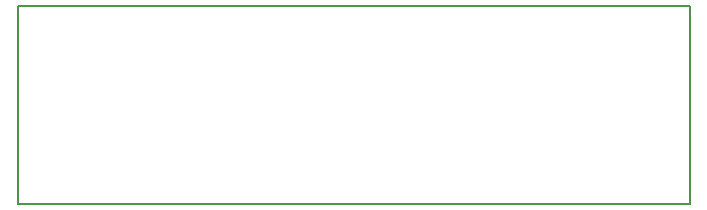
<source format=gbr>
%TF.GenerationSoftware,KiCad,Pcbnew,7.0.10*%
%TF.CreationDate,2025-06-08T00:19:02+02:00*%
%TF.ProjectId,ConnectorInterfaceBoard,436f6e6e-6563-4746-9f72-496e74657266,rev?*%
%TF.SameCoordinates,Original*%
%TF.FileFunction,Profile,NP*%
%FSLAX46Y46*%
G04 Gerber Fmt 4.6, Leading zero omitted, Abs format (unit mm)*
G04 Created by KiCad (PCBNEW 7.0.10) date 2025-06-08 00:19:02*
%MOMM*%
%LPD*%
G01*
G04 APERTURE LIST*
%TA.AperFunction,Profile*%
%ADD10C,0.150000*%
%TD*%
G04 APERTURE END LIST*
D10*
X11938000Y-11938000D02*
X68834000Y-11938000D01*
X68834000Y-28702000D01*
X11938000Y-28702000D01*
X11938000Y-11938000D01*
M02*

</source>
